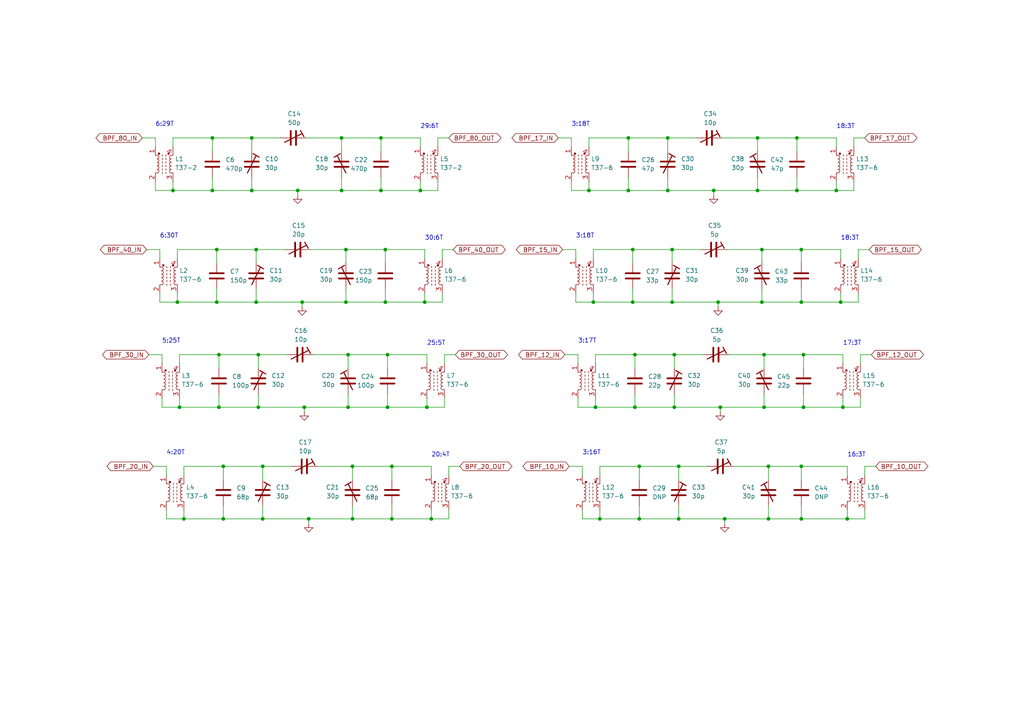
<source format=kicad_sch>
(kicad_sch (version 20230121) (generator eeschema)
  (paper "A4")
  (title_block (title "HBR/MK2 BPF Board") (date "2024-02-03") (rev "1.0"))
  (lib_symbols
    (symbol "Device:C" (pin_numbers hide) (pin_names (offset 0.254))
      (property "Reference" "C" (at 0.635 2.54 0))
      (property "Value" "C" (at 0.635 -2.54 0))
      (symbol "C_0_1"
        (polyline (pts (xy -2.032 -0.762) (xy 2.032 -0.762)) (stroke (width 0.508)))
        (polyline (pts (xy -2.032 0.762) (xy 2.032 0.762)) (stroke (width 0.508)))
      )
      (symbol "C_1_1"
        (pin passive line (at 0 3.81 270) (length 2.794) (name "~") (number "1"))
        (pin passive line (at 0 -3.81 90) (length 2.794) (name "~") (number "2"))
      )
    )
    (symbol "Device:C_Trim" (pin_numbers hide) (pin_names (offset 0.254) hide)
      (property "Reference" "C" (at 1.524 -2.032 0))
      (property "Value" "C_Trim" (at 3.048 -3.556 0))
      (symbol "C_Trim_0_1"
        (polyline (pts (xy -2.032 -0.762) (xy 2.032 -0.762)) (stroke (width 0.508)))
        (polyline (pts (xy -2.032 0.762) (xy 2.032 0.762)) (stroke (width 0.508)))
        (polyline (pts (xy 1.27 2.54) (xy -1.27 -2.54)) (stroke (width 0.3048)))
        (polyline (pts (xy 1.27 2.54) (xy 0.381 3.048)) (stroke (width 0.3048)))
        (polyline (pts (xy 1.27 2.54) (xy 2.159 2.032)) (stroke (width 0.3048)))
      )
      (symbol "C_Trim_1_1"
        (pin passive line (at 0 3.81 270) (length 3.048) (name "~") (number "1"))
        (pin passive line (at 0 -3.81 90) (length 3.048) (name "~") (number "2"))
      )
    )
    (symbol "Device:L_Ferrite_Coupled_1243" (pin_names (offset 0.254) hide)
      (property "Reference" "L" (at 0 4.445 0))
      (property "Value" "L_Ferrite_Coupled_1243" (at 0 -4.445 0))
      (symbol "L_Ferrite_Coupled_1243_0_1"
        (circle (center -3.048 -1.27) (radius 0.254) (fill (type outline)))
        (circle (center -3.048 1.524) (radius 0.254) (fill (type outline)))
        (arc (start -2.54 2.032) (mid -2.032 1.5262) (end -1.524 2.032))
        (arc (start -1.524 -2.032) (mid -2.032 -1.5262) (end -2.54 -2.032))
        (arc (start -1.524 2.032) (mid -1.016 1.5262) (end -0.508 2.032))
        (arc (start -0.508 -2.032) (mid -1.016 -1.5262) (end -1.524 -2.032))
        (arc (start -0.508 2.032) (mid 0 1.5262) (end 0.508 2.032))
        (polyline (pts (xy -2.794 -0.508) (xy -2.286 -0.508)))
        (polyline (pts (xy -2.794 0.508) (xy -2.286 0.508)))
        (polyline (pts (xy -2.54 -2.032) (xy -2.54 -2.54)))
        (polyline (pts (xy -2.54 2.032) (xy -2.54 2.54)))
        (polyline (pts (xy -1.778 -0.508) (xy -1.27 -0.508)))
        (polyline (pts (xy -1.778 0.508) (xy -1.27 0.508)))
        (polyline (pts (xy -0.762 -0.508) (xy -0.254 -0.508)))
        (polyline (pts (xy -0.762 0.508) (xy -0.254 0.508)))
        (polyline (pts (xy 0.254 -0.508) (xy 0.762 -0.508)))
        (polyline (pts (xy 0.254 0.508) (xy 0.762 0.508)))
        (polyline (pts (xy 1.27 -0.508) (xy 1.778 -0.508)))
        (polyline (pts (xy 1.27 0.508) (xy 1.778 0.508)))
        (polyline (pts (xy 2.286 -0.508) (xy 2.794 -0.508)))
        (polyline (pts (xy 2.286 0.508) (xy 2.794 0.508)))
        (polyline (pts (xy 2.54 -2.032) (xy 2.54 -2.54)))
        (polyline (pts (xy 2.54 2.54) (xy 2.54 2.032)))
        (arc (start 0.508 -2.032) (mid 0 -1.5262) (end -0.508 -2.032))
        (arc (start 0.508 2.032) (mid 1.016 1.5262) (end 1.524 2.032))
        (arc (start 1.524 -2.032) (mid 1.016 -1.5262) (end 0.508 -2.032))
        (arc (start 1.524 2.032) (mid 2.032 1.5262) (end 2.54 2.032))
        (arc (start 2.54 -2.032) (mid 2.032 -1.5262) (end 1.524 -2.032))
      )
      (symbol "L_Ferrite_Coupled_1243_1_1"
        (pin passive line (at -5.08 2.54 0) (length 2.54) (name "1") (number "1"))
        (pin passive line (at 5.08 2.54 180) (length 2.54) (name "2") (number "2"))
        (pin passive line (at 5.08 -2.54 180) (length 2.54) (name "3") (number "3"))
        (pin passive line (at -5.08 -2.54 0) (length 2.54) (name "4") (number "4"))
      )
    )
    (symbol "power:GND" (power) (pin_names (offset 0))
      (property "Value" "GND" (at 0 -3.81 0))
      (symbol "GND_0_1"
        (polyline (pts (xy 0 0) (xy 0 -1.27) (xy 1.27 -1.27) (xy 0 -2.54) (xy -1.27 -1.27) (xy 0 -1.27)))
      )
      (symbol "GND_1_1"
        (pin power_in line (at 0 0 270) (length 0) hide (name "GND") (number "1"))
      )
    )
  )
  (junction (at 100.965 118.11))
  (junction (at 182.245 55.245))
  (junction (at 100.33 72.39))
  (junction (at 64.77 150.495))
  (junction (at 220.98 72.39))
  (junction (at 89.535 150.495))
  (junction (at 112.395 118.11))
  (junction (at 113.665 135.255))
  (junction (at 62.865 72.39))
  (junction (at 208.28 87.63))
  (junction (at 172.085 87.63))
  (junction (at 86.36 55.245))
  (junction (at 221.615 102.87))
  (junction (at 51.435 87.63))
  (junction (at 74.295 87.63))
  (junction (at 222.885 150.495))
  (junction (at 195.58 102.87))
  (junction (at 243.84 87.63))
  (junction (at 233.045 118.11))
  (junction (at 222.885 135.255))
  (junction (at 185.42 135.255))
  (junction (at 112.395 102.87))
  (junction (at 219.71 40.005))
  (junction (at 100.33 87.63))
  (junction (at 182.245 40.005))
  (junction (at 208.915 118.11))
  (junction (at 244.475 118.11))
  (junction (at 231.14 40.005))
  (junction (at 88.265 118.11))
  (junction (at 74.295 72.39))
  (junction (at 125.095 150.495))
  (junction (at 193.675 55.245))
  (junction (at 194.945 72.39))
  (junction (at 221.615 118.11))
  (junction (at 231.14 55.245))
  (junction (at 53.34 150.495))
  (junction (at 87.63 87.63))
  (junction (at 76.2 135.255))
  (junction (at 193.675 40.005))
  (junction (at 196.85 150.495))
  (junction (at 64.77 135.255))
  (junction (at 62.865 87.63))
  (junction (at 242.57 55.245))
  (junction (at 233.045 102.87))
  (junction (at 113.665 150.495))
  (junction (at 73.025 40.005))
  (junction (at 121.92 55.245))
  (junction (at 172.72 118.11))
  (junction (at 61.595 55.245))
  (junction (at 52.07 118.11))
  (junction (at 183.515 87.63))
  (junction (at 184.15 118.11))
  (junction (at 76.2 150.495))
  (junction (at 74.93 102.87))
  (junction (at 110.49 40.005))
  (junction (at 194.945 87.63))
  (junction (at 173.99 150.495))
  (junction (at 61.595 40.005))
  (junction (at 195.58 118.11))
  (junction (at 196.85 135.255))
  (junction (at 232.41 150.495))
  (junction (at 232.41 135.255))
  (junction (at 207.01 55.245))
  (junction (at 102.235 135.255))
  (junction (at 232.41 87.63))
  (junction (at 74.93 118.11))
  (junction (at 63.5 102.87))
  (junction (at 73.025 55.245))
  (junction (at 184.15 102.87))
  (junction (at 50.165 55.245))
  (junction (at 100.965 102.87))
  (junction (at 170.815 55.245))
  (junction (at 111.76 72.39))
  (junction (at 110.49 55.245))
  (junction (at 99.06 40.005))
  (junction (at 210.185 150.495))
  (junction (at 123.825 118.11))
  (junction (at 111.76 87.63))
  (junction (at 123.19 87.63))
  (junction (at 102.235 150.495))
  (junction (at 183.515 72.39))
  (junction (at 185.42 150.495))
  (junction (at 63.5 118.11))
  (junction (at 220.98 87.63))
  (junction (at 245.745 150.495))
  (junction (at 219.71 55.245))
  (junction (at 232.41 72.39))
  (junction (at 99.06 55.245))
  (wire (pts (xy 183.515 83.82) (xy 183.515 87.63)))
  (wire (pts (xy 64.77 146.685) (xy 64.77 150.495)))
  (wire (pts (xy 53.34 135.255) (xy 64.77 135.255)))
  (wire (pts (xy 233.045 114.3) (xy 233.045 118.11)))
  (wire (pts (xy 99.06 40.005) (xy 99.06 43.815)))
  (wire (pts (xy 121.92 40.005) (xy 121.92 42.545)))
  (wire (pts (xy 127 42.545) (xy 127 40.005)))
  (wire (pts (xy 220.98 83.82) (xy 220.98 87.63)))
  (wire (pts (xy 222.885 150.495) (xy 232.41 150.495)))
  (wire (pts (xy 161.925 40.005) (xy 165.735 40.005)))
  (wire (pts (xy 210.82 72.39) (xy 220.98 72.39)))
  (wire (pts (xy 183.515 87.63) (xy 194.945 87.63)))
  (wire (pts (xy 219.71 51.435) (xy 219.71 55.245)))
  (wire (pts (xy 220.98 72.39) (xy 220.98 76.2)))
  (wire (pts (xy 51.435 87.63) (xy 62.865 87.63)))
  (wire (pts (xy 73.025 51.435) (xy 73.025 55.245)))
  (wire (pts (xy 250.825 137.795) (xy 250.825 135.255)))
  (wire (pts (xy 46.99 102.87) (xy 46.99 105.41)))
  (wire (pts (xy 46.355 87.63) (xy 46.355 85.09)))
  (wire (pts (xy 48.26 135.255) (xy 48.26 137.795)))
  (wire (pts (xy 195.58 102.87) (xy 203.835 102.87)))
  (wire (pts (xy 50.165 55.245) (xy 45.085 55.245)))
  (wire (pts (xy 165.735 55.245) (xy 165.735 52.705)))
  (wire (pts (xy 50.165 40.005) (xy 61.595 40.005)))
  (wire (pts (xy 128.905 105.41) (xy 128.905 102.87)))
  (wire (pts (xy 168.91 135.255) (xy 168.91 137.795)))
  (wire (pts (xy 41.275 40.005) (xy 45.085 40.005)))
  (wire (pts (xy 74.93 102.87) (xy 83.185 102.87)))
  (wire (pts (xy 61.595 51.435) (xy 61.595 55.245)))
  (wire (pts (xy 207.01 55.245) (xy 207.01 56.515)))
  (wire (pts (xy 196.85 150.495) (xy 210.185 150.495)))
  (wire (pts (xy 110.49 40.005) (xy 110.49 43.815)))
  (wire (pts (xy 247.65 42.545) (xy 247.65 40.005)))
  (wire (pts (xy 232.41 87.63) (xy 243.84 87.63)))
  (wire (pts (xy 249.555 105.41) (xy 249.555 102.87)))
  (wire (pts (xy 44.45 135.255) (xy 48.26 135.255)))
  (wire (pts (xy 63.5 102.87) (xy 74.93 102.87)))
  (wire (pts (xy 102.235 135.255) (xy 102.235 139.065)))
  (wire (pts (xy 46.355 72.39) (xy 46.355 74.93)))
  (wire (pts (xy 245.745 150.495) (xy 250.825 150.495)))
  (wire (pts (xy 121.92 55.245) (xy 127 55.245)))
  (wire (pts (xy 195.58 102.87) (xy 195.58 106.68)))
  (wire (pts (xy 62.865 72.39) (xy 62.865 76.2)))
  (wire (pts (xy 194.945 72.39) (xy 194.945 76.2)))
  (wire (pts (xy 52.07 105.41) (xy 52.07 102.87)))
  (wire (pts (xy 123.19 72.39) (xy 123.19 74.93)))
  (wire (pts (xy 185.42 135.255) (xy 185.42 139.065)))
  (wire (pts (xy 172.72 105.41) (xy 172.72 102.87)))
  (wire (pts (xy 183.515 72.39) (xy 183.515 76.2)))
  (wire (pts (xy 125.095 150.495) (xy 130.175 150.495)))
  (wire (pts (xy 87.63 87.63) (xy 87.63 88.9)))
  (wire (pts (xy 111.76 72.39) (xy 111.76 76.2)))
  (wire (pts (xy 125.095 135.255) (xy 125.095 137.795)))
  (wire (pts (xy 208.915 118.11) (xy 221.615 118.11)))
  (wire (pts (xy 163.195 72.39) (xy 167.005 72.39)))
  (wire (pts (xy 220.98 72.39) (xy 232.41 72.39)))
  (wire (pts (xy 63.5 102.87) (xy 63.5 106.68)))
  (wire (pts (xy 112.395 118.11) (xy 123.825 118.11)))
  (wire (pts (xy 210.185 150.495) (xy 222.885 150.495)))
  (wire (pts (xy 88.9 40.005) (xy 99.06 40.005)))
  (wire (pts (xy 244.475 118.11) (xy 244.475 115.57)))
  (wire (pts (xy 184.15 102.87) (xy 195.58 102.87)))
  (wire (pts (xy 43.18 102.87) (xy 46.99 102.87)))
  (wire (pts (xy 53.34 150.495) (xy 48.26 150.495)))
  (wire (pts (xy 52.07 102.87) (xy 63.5 102.87)))
  (wire (pts (xy 242.57 40.005) (xy 242.57 42.545)))
  (wire (pts (xy 62.865 87.63) (xy 74.295 87.63)))
  (wire (pts (xy 62.865 83.82) (xy 62.865 87.63)))
  (wire (pts (xy 243.84 87.63) (xy 243.84 85.09)))
  (wire (pts (xy 220.98 87.63) (xy 232.41 87.63)))
  (wire (pts (xy 128.905 118.11) (xy 128.905 115.57)))
  (wire (pts (xy 62.865 72.39) (xy 74.295 72.39)))
  (wire (pts (xy 123.825 102.87) (xy 123.825 105.41)))
  (wire (pts (xy 250.825 150.495) (xy 250.825 147.955)))
  (wire (pts (xy 232.41 135.255) (xy 245.745 135.255)))
  (wire (pts (xy 172.085 85.09) (xy 172.085 87.63)))
  (wire (pts (xy 233.045 118.11) (xy 244.475 118.11)))
  (wire (pts (xy 193.675 40.005) (xy 193.675 43.815)))
  (wire (pts (xy 208.28 87.63) (xy 220.98 87.63)))
  (wire (pts (xy 51.435 74.93) (xy 51.435 72.39)))
  (wire (pts (xy 113.665 150.495) (xy 125.095 150.495)))
  (wire (pts (xy 123.19 87.63) (xy 123.19 85.09)))
  (wire (pts (xy 231.14 40.005) (xy 231.14 43.815)))
  (wire (pts (xy 74.295 72.39) (xy 82.55 72.39)))
  (wire (pts (xy 50.165 55.245) (xy 61.595 55.245)))
  (wire (pts (xy 74.93 118.11) (xy 88.265 118.11)))
  (wire (pts (xy 42.545 72.39) (xy 46.355 72.39)))
  (wire (pts (xy 182.245 51.435) (xy 182.245 55.245)))
  (wire (pts (xy 196.85 146.685) (xy 196.85 150.495)))
  (wire (pts (xy 89.535 150.495) (xy 89.535 151.765)))
  (wire (pts (xy 172.085 72.39) (xy 183.515 72.39)))
  (wire (pts (xy 193.675 51.435) (xy 193.675 55.245)))
  (wire (pts (xy 76.2 135.255) (xy 84.455 135.255)))
  (wire (pts (xy 87.63 87.63) (xy 100.33 87.63)))
  (wire (pts (xy 219.71 40.005) (xy 231.14 40.005)))
  (wire (pts (xy 121.92 55.245) (xy 121.92 52.705)))
  (wire (pts (xy 247.65 40.005) (xy 250.825 40.005)))
  (wire (pts (xy 51.435 72.39) (xy 62.865 72.39)))
  (wire (pts (xy 233.045 102.87) (xy 233.045 106.68)))
  (wire (pts (xy 184.15 102.87) (xy 184.15 106.68)))
  (wire (pts (xy 167.005 87.63) (xy 167.005 85.09)))
  (wire (pts (xy 242.57 55.245) (xy 247.65 55.245)))
  (wire (pts (xy 52.07 118.11) (xy 46.99 118.11)))
  (wire (pts (xy 86.36 55.245) (xy 99.06 55.245)))
  (wire (pts (xy 61.595 55.245) (xy 73.025 55.245)))
  (wire (pts (xy 232.41 72.39) (xy 232.41 76.2)))
  (wire (pts (xy 221.615 102.87) (xy 221.615 106.68)))
  (wire (pts (xy 184.15 118.11) (xy 195.58 118.11)))
  (wire (pts (xy 194.945 87.63) (xy 208.28 87.63)))
  (wire (pts (xy 249.555 118.11) (xy 249.555 115.57)))
  (wire (pts (xy 185.42 146.685) (xy 185.42 150.495)))
  (wire (pts (xy 100.33 72.39) (xy 100.33 76.2)))
  (wire (pts (xy 100.33 83.82) (xy 100.33 87.63)))
  (wire (pts (xy 167.005 72.39) (xy 167.005 74.93)))
  (wire (pts (xy 53.34 137.795) (xy 53.34 135.255)))
  (wire (pts (xy 127 40.005) (xy 130.175 40.005)))
  (wire (pts (xy 232.41 150.495) (xy 245.745 150.495)))
  (wire (pts (xy 100.33 87.63) (xy 111.76 87.63)))
  (wire (pts (xy 172.72 115.57) (xy 172.72 118.11)))
  (wire (pts (xy 74.295 72.39) (xy 74.295 76.2)))
  (wire (pts (xy 221.615 114.3) (xy 221.615 118.11)))
  (wire (pts (xy 212.725 135.255) (xy 222.885 135.255)))
  (wire (pts (xy 243.84 87.63) (xy 248.92 87.63)))
  (wire (pts (xy 173.99 135.255) (xy 185.42 135.255)))
  (wire (pts (xy 182.245 40.005) (xy 182.245 43.815)))
  (wire (pts (xy 88.265 118.11) (xy 88.265 119.38)))
  (wire (pts (xy 232.41 72.39) (xy 243.84 72.39)))
  (wire (pts (xy 195.58 114.3) (xy 195.58 118.11)))
  (wire (pts (xy 130.175 135.255) (xy 133.35 135.255)))
  (wire (pts (xy 243.84 72.39) (xy 243.84 74.93)))
  (wire (pts (xy 51.435 87.63) (xy 46.355 87.63)))
  (wire (pts (xy 248.92 72.39) (xy 252.095 72.39)))
  (wire (pts (xy 172.72 118.11) (xy 167.64 118.11)))
  (wire (pts (xy 99.06 40.005) (xy 110.49 40.005)))
  (wire (pts (xy 173.99 150.495) (xy 185.42 150.495)))
  (wire (pts (xy 194.945 72.39) (xy 203.2 72.39)))
  (wire (pts (xy 242.57 55.245) (xy 242.57 52.705)))
  (wire (pts (xy 208.915 118.11) (xy 208.915 119.38)))
  (wire (pts (xy 112.395 114.3) (xy 112.395 118.11)))
  (wire (pts (xy 74.93 114.3) (xy 74.93 118.11)))
  (wire (pts (xy 163.83 102.87) (xy 167.64 102.87)))
  (wire (pts (xy 100.965 114.3) (xy 100.965 118.11)))
  (wire (pts (xy 73.025 40.005) (xy 73.025 43.815)))
  (wire (pts (xy 231.14 51.435) (xy 231.14 55.245)))
  (wire (pts (xy 250.825 135.255) (xy 254 135.255)))
  (wire (pts (xy 185.42 135.255) (xy 196.85 135.255)))
  (wire (pts (xy 128.905 102.87) (xy 132.08 102.87)))
  (wire (pts (xy 90.805 102.87) (xy 100.965 102.87)))
  (wire (pts (xy 123.19 87.63) (xy 128.27 87.63)))
  (wire (pts (xy 244.475 118.11) (xy 249.555 118.11)))
  (wire (pts (xy 128.27 87.63) (xy 128.27 85.09)))
  (wire (pts (xy 113.665 135.255) (xy 125.095 135.255)))
  (wire (pts (xy 219.71 55.245) (xy 231.14 55.245)))
  (wire (pts (xy 52.07 115.57) (xy 52.07 118.11)))
  (wire (pts (xy 100.965 102.87) (xy 112.395 102.87)))
  (wire (pts (xy 61.595 40.005) (xy 61.595 43.815)))
  (wire (pts (xy 110.49 40.005) (xy 121.92 40.005)))
  (wire (pts (xy 50.165 52.705) (xy 50.165 55.245)))
  (wire (pts (xy 89.535 150.495) (xy 102.235 150.495)))
  (wire (pts (xy 231.14 55.245) (xy 242.57 55.245)))
  (wire (pts (xy 221.615 102.87) (xy 233.045 102.87)))
  (wire (pts (xy 209.55 40.005) (xy 219.71 40.005)))
  (wire (pts (xy 222.885 135.255) (xy 222.885 139.065)))
  (wire (pts (xy 113.665 135.255) (xy 113.665 139.065)))
  (wire (pts (xy 245.745 150.495) (xy 245.745 147.955)))
  (wire (pts (xy 73.025 55.245) (xy 86.36 55.245)))
  (wire (pts (xy 110.49 55.245) (xy 121.92 55.245)))
  (wire (pts (xy 170.815 42.545) (xy 170.815 40.005)))
  (wire (pts (xy 64.77 150.495) (xy 76.2 150.495)))
  (wire (pts (xy 64.77 135.255) (xy 76.2 135.255)))
  (wire (pts (xy 193.675 55.245) (xy 207.01 55.245)))
  (wire (pts (xy 182.245 55.245) (xy 193.675 55.245)))
  (wire (pts (xy 102.235 150.495) (xy 113.665 150.495)))
  (wire (pts (xy 219.71 40.005) (xy 219.71 43.815)))
  (wire (pts (xy 173.99 147.955) (xy 173.99 150.495)))
  (wire (pts (xy 231.14 40.005) (xy 242.57 40.005)))
  (wire (pts (xy 128.27 74.93) (xy 128.27 72.39)))
  (wire (pts (xy 170.815 52.705) (xy 170.815 55.245)))
  (wire (pts (xy 63.5 118.11) (xy 74.93 118.11)))
  (wire (pts (xy 208.28 87.63) (xy 208.28 88.9)))
  (wire (pts (xy 211.455 102.87) (xy 221.615 102.87)))
  (wire (pts (xy 86.36 55.245) (xy 86.36 56.515)))
  (wire (pts (xy 123.825 118.11) (xy 123.825 115.57)))
  (wire (pts (xy 127 55.245) (xy 127 52.705)))
  (wire (pts (xy 51.435 85.09) (xy 51.435 87.63)))
  (wire (pts (xy 99.06 51.435) (xy 99.06 55.245)))
  (wire (pts (xy 183.515 72.39) (xy 194.945 72.39)))
  (wire (pts (xy 170.815 40.005) (xy 182.245 40.005)))
  (wire (pts (xy 76.2 135.255) (xy 76.2 139.065)))
  (wire (pts (xy 170.815 55.245) (xy 165.735 55.245)))
  (wire (pts (xy 248.92 74.93) (xy 248.92 72.39)))
  (wire (pts (xy 112.395 102.87) (xy 123.825 102.87)))
  (wire (pts (xy 53.34 147.955) (xy 53.34 150.495)))
  (wire (pts (xy 195.58 118.11) (xy 208.915 118.11)))
  (wire (pts (xy 168.91 150.495) (xy 168.91 147.955)))
  (wire (pts (xy 64.77 135.255) (xy 64.77 139.065)))
  (wire (pts (xy 222.885 135.255) (xy 232.41 135.255)))
  (wire (pts (xy 111.76 72.39) (xy 123.19 72.39)))
  (wire (pts (xy 50.165 42.545) (xy 50.165 40.005)))
  (wire (pts (xy 165.735 40.005) (xy 165.735 42.545)))
  (wire (pts (xy 173.99 150.495) (xy 168.91 150.495)))
  (wire (pts (xy 45.085 40.005) (xy 45.085 42.545)))
  (wire (pts (xy 193.675 40.005) (xy 201.93 40.005)))
  (wire (pts (xy 90.17 72.39) (xy 100.33 72.39)))
  (wire (pts (xy 100.965 102.87) (xy 100.965 106.68)))
  (wire (pts (xy 100.965 118.11) (xy 112.395 118.11)))
  (wire (pts (xy 185.42 150.495) (xy 196.85 150.495)))
  (wire (pts (xy 248.92 87.63) (xy 248.92 85.09)))
  (wire (pts (xy 74.93 102.87) (xy 74.93 106.68)))
  (wire (pts (xy 111.76 87.63) (xy 123.19 87.63)))
  (wire (pts (xy 247.65 55.245) (xy 247.65 52.705)))
  (wire (pts (xy 125.095 150.495) (xy 125.095 147.955)))
  (wire (pts (xy 102.235 135.255) (xy 113.665 135.255)))
  (wire (pts (xy 100.33 72.39) (xy 111.76 72.39)))
  (wire (pts (xy 182.245 40.005) (xy 193.675 40.005)))
  (wire (pts (xy 92.075 135.255) (xy 102.235 135.255)))
  (wire (pts (xy 76.2 150.495) (xy 89.535 150.495)))
  (wire (pts (xy 207.01 55.245) (xy 219.71 55.245)))
  (wire (pts (xy 221.615 118.11) (xy 233.045 118.11)))
  (wire (pts (xy 128.27 72.39) (xy 131.445 72.39)))
  (wire (pts (xy 102.235 146.685) (xy 102.235 150.495)))
  (wire (pts (xy 123.825 118.11) (xy 128.905 118.11)))
  (wire (pts (xy 196.85 135.255) (xy 205.105 135.255)))
  (wire (pts (xy 74.295 83.82) (xy 74.295 87.63)))
  (wire (pts (xy 172.72 118.11) (xy 184.15 118.11)))
  (wire (pts (xy 46.99 118.11) (xy 46.99 115.57)))
  (wire (pts (xy 172.085 87.63) (xy 183.515 87.63)))
  (wire (pts (xy 52.07 118.11) (xy 63.5 118.11)))
  (wire (pts (xy 167.64 118.11) (xy 167.64 115.57)))
  (wire (pts (xy 232.41 83.82) (xy 232.41 87.63)))
  (wire (pts (xy 130.175 137.795) (xy 130.175 135.255)))
  (wire (pts (xy 63.5 114.3) (xy 63.5 118.11)))
  (wire (pts (xy 99.06 55.245) (xy 110.49 55.245)))
  (wire (pts (xy 110.49 51.435) (xy 110.49 55.245)))
  (wire (pts (xy 232.41 139.065) (xy 232.41 135.255)))
  (wire (pts (xy 113.665 146.685) (xy 113.665 150.495)))
  (wire (pts (xy 173.99 137.795) (xy 173.99 135.255)))
  (wire (pts (xy 232.41 146.685) (xy 232.41 150.495)))
  (wire (pts (xy 170.815 55.245) (xy 182.245 55.245)))
  (wire (pts (xy 88.265 118.11) (xy 100.965 118.11)))
  (wire (pts (xy 245.745 135.255) (xy 245.745 137.795)))
  (wire (pts (xy 244.475 102.87) (xy 244.475 105.41)))
  (wire (pts (xy 172.085 74.93) (xy 172.085 72.39)))
  (wire (pts (xy 172.72 102.87) (xy 184.15 102.87)))
  (wire (pts (xy 111.76 83.82) (xy 111.76 87.63)))
  (wire (pts (xy 184.15 114.3) (xy 184.15 118.11)))
  (wire (pts (xy 112.395 102.87) (xy 112.395 106.68)))
  (wire (pts (xy 74.295 87.63) (xy 87.63 87.63)))
  (wire (pts (xy 233.045 102.87) (xy 244.475 102.87)))
  (wire (pts (xy 194.945 83.82) (xy 194.945 87.63)))
  (wire (pts (xy 61.595 40.005) (xy 73.025 40.005)))
  (wire (pts (xy 73.025 40.005) (xy 81.28 40.005)))
  (wire (pts (xy 249.555 102.87) (xy 252.73 102.87)))
  (wire (pts (xy 167.64 102.87) (xy 167.64 105.41)))
  (wire (pts (xy 45.085 55.245) (xy 45.085 52.705)))
  (wire (pts (xy 53.34 150.495) (xy 64.77 150.495)))
  (wire (pts (xy 172.085 87.63) (xy 167.005 87.63)))
  (wire (pts (xy 210.185 150.495) (xy 210.185 151.765)))
  (wire (pts (xy 165.1 135.255) (xy 168.91 135.255)))
  (wire (pts (xy 222.885 146.685) (xy 222.885 150.495)))
  (wire (pts (xy 76.2 146.685) (xy 76.2 150.495)))
  (wire (pts (xy 48.26 150.495) (xy 48.26 147.955)))
  (wire (pts (xy 196.85 135.255) (xy 196.85 139.065)))
  (wire (pts (xy 130.175 150.495) (xy 130.175 147.955)))
  (text "18:3T" (at 243.84 69.85 0) (effects (font (size 1.27 1.27)) (justify left bottom)))
  (text "3:18T" (at 167.005 69.215 0) (effects (font (size 1.27 1.27)) (justify left bottom)))
  (text "6:29T" (at 45.085 36.83 0) (effects (font (size 1.27 1.27)) (justify left bottom)))
  (text "5:25T" (at 46.99 99.695 0) (effects (font (size 1.27 1.27)) (justify left bottom)))
  (text "3:16T" (at 168.91 132.08 0) (effects (font (size 1.27 1.27)) (justify left bottom)))
  (text "4:20T" (at 48.26 132.08 0) (effects (font (size 1.27 1.27)) (justify left bottom)))
  (text "29:6T" (at 121.92 37.465 0) (effects (font (size 1.27 1.27)) (justify left bottom)))
  (text "16:3T" (at 245.745 132.715 0) (effects (font (size 1.27 1.27)) (justify left bottom)))
  (text "20:4T" (at 125.095 132.715 0) (effects (font (size 1.27 1.27)) (justify left bottom)))
  (text "3:18T" (at 165.735 36.83 0) (effects (font (size 1.27 1.27)) (justify left bottom)))
  (text "6:30T" (at 46.355 69.215 0) (effects (font (size 1.27 1.27)) (justify left bottom)))
  (text "30:6T" (at 123.19 69.85 0) (effects (font (size 1.27 1.27)) (justify left bottom)))
  (text "18:3T" (at 242.57 37.465 0) (effects (font (size 1.27 1.27)) (justify left bottom)))
  (text "17:3T" (at 244.475 100.33 0) (effects (font (size 1.27 1.27)) (justify left bottom)))
  (text "3:17T" (at 167.64 99.695 0) (effects (font (size 1.27 1.27)) (justify left bottom)))
  (text "25:5T" (at 123.825 100.33 0) (effects (font (size 1.27 1.27)) (justify left bottom)))
  (global_label "BPF_20_OUT" (shape bidirectional) (at 133.35 135.255 0) (property "Intersheetrefs" "${INTERSHEET_REFS}" (effects hide)))
  (global_label "BPF_12_IN" (shape bidirectional) (at 163.83 102.87 180) (property "Intersheetrefs" "${INTERSHEET_REFS}" (effects hide)))
  (global_label "BPF_30_IN" (shape bidirectional) (at 43.18 102.87 180) (property "Intersheetrefs" "${INTERSHEET_REFS}" (effects hide)))
  (global_label "BPF_15_IN" (shape bidirectional) (at 163.195 72.39 180) (property "Intersheetrefs" "${INTERSHEET_REFS}" (effects hide)))
  (global_label "BPF_15_OUT" (shape bidirectional) (at 252.095 72.39 0) (property "Intersheetrefs" "${INTERSHEET_REFS}" (effects hide)))
  (global_label "BPF_20_IN" (shape bidirectional) (at 44.45 135.255 180) (property "Intersheetrefs" "${INTERSHEET_REFS}" (effects hide)))
  (global_label "BPF_10_OUT" (shape bidirectional) (at 254 135.255 0) (property "Intersheetrefs" "${INTERSHEET_REFS}" (effects hide)))
  (global_label "BPF_10_IN" (shape bidirectional) (at 165.1 135.255 180) (property "Intersheetrefs" "${INTERSHEET_REFS}" (effects hide)))
  (global_label "BPF_80_IN" (shape bidirectional) (at 41.275 40.005 180) (property "Intersheetrefs" "${INTERSHEET_REFS}" (effects hide)))
  (global_label "BPF_17_IN" (shape bidirectional) (at 161.925 40.005 180) (property "Intersheetrefs" "${INTERSHEET_REFS}" (effects hide)))
  (global_label "BPF_12_OUT" (shape bidirectional) (at 252.73 102.87 0) (property "Intersheetrefs" "${INTERSHEET_REFS}" (effects hide)))
  (global_label "BPF_40_OUT" (shape bidirectional) (at 131.445 72.39 0) (property "Intersheetrefs" "${INTERSHEET_REFS}" (effects hide)))
  (global_label "BPF_40_IN" (shape bidirectional) (at 42.545 72.39 180) (property "Intersheetrefs" "${INTERSHEET_REFS}" (effects hide)))
  (global_label "BPF_17_OUT" (shape bidirectional) (at 250.825 40.005 0) (property "Intersheetrefs" "${INTERSHEET_REFS}" (effects hide)))
  (global_label "BPF_30_OUT" (shape bidirectional) (at 132.08 102.87 0) (property "Intersheetrefs" "${INTERSHEET_REFS}" (effects hide)))
  (global_label "BPF_80_OUT" (shape bidirectional) (at 130.175 40.005 0) (property "Intersheetrefs" "${INTERSHEET_REFS}" (effects hide)))
  (symbol (lib_id "Device:L_Ferrite_Coupled_1243") (at 248.285 142.875 90) (mirror x) (unit 1)
    (property "Reference" "L16" (at 251.46 141.351 90) (effects (justify right)))
    (property "Value" "T37-6" (at 251.46 143.891 90) (effects (justify right)))
    (property "Footprint" "Package_DIP:DIP-4_W7.62mm" (effects hide))
  )
  (symbol (lib_id "Device:C_Trim") (at 100.33 80.01 0) (mirror y) (unit 1)
    (property "Reference" "C19" (at 96.52 78.486 0) (effects (justify left)))
    (property "Value" "30p" (at 96.52 81.026 0) (effects (justify left)))
    (property "Footprint" "My_Library:C_Trim_THD_L7.0mm_W6.5mm_P5.00mm" (effects hide))
  )
  (symbol (lib_id "Device:C") (at 110.49 47.625 0) (mirror y) (unit 1)
    (property "Reference" "C22" (at 106.68 46.355 0) (effects (justify left)))
    (property "Value" "470p" (at 106.68 48.895 0) (effects (justify left)))
    (property "Footprint" "Capacitor_SMD:C_0805_2012Metric_Pad1.18x1.45mm_HandSolder" (effects hide))
  )
  (symbol (lib_id "Device:L_Ferrite_Coupled_1243") (at 50.8 142.875 90) (mirror x) (unit 1)
    (property "Reference" "L4" (at 53.975 141.351 90) (effects (justify right)))
    (property "Value" "T37-6" (at 53.975 143.891 90) (effects (justify right)))
    (property "Footprint" "Package_DIP:DIP-4_W7.62mm" (effects hide))
  )
  (symbol (lib_id "Device:C") (at 63.5 110.49 0) (unit 1)
    (property "Reference" "C8" (at 67.31 109.22 0) (effects (justify left)))
    (property "Value" "100p" (at 67.31 111.76 0) (effects (justify left)))
    (property "Footprint" "Capacitor_SMD:C_0805_2012Metric_Pad1.18x1.45mm_HandSolder" (effects hide))
  )
  (symbol (lib_id "Device:C") (at 183.515 80.01 0) (unit 1)
    (property "Reference" "C27" (at 187.325 78.74 0) (effects (justify left)))
    (property "Value" "33p" (at 187.325 81.28 0) (effects (justify left)))
    (property "Footprint" "Capacitor_SMD:C_0805_2012Metric_Pad1.18x1.45mm_HandSolder" (effects hide))
  )
  (symbol (lib_id "Device:C_Trim") (at 222.885 142.875 0) (mirror y) (unit 1)
    (property "Reference" "C41" (at 219.075 141.351 0) (effects (justify left)))
    (property "Value" "30p" (at 219.075 143.891 0) (effects (justify left)))
    (property "Footprint" "My_Library:C_Trim_THD_L7.0mm_W6.5mm_P5.00mm" (effects hide))
  )
  (symbol (lib_id "Device:C") (at 185.42 142.875 0) (unit 1) (in_bom no)
    (property "Reference" "C29" (at 189.23 141.605 0) (effects (justify left)))
    (property "Value" "DNP" (at 189.23 144.145 0) (effects (justify left)))
    (property "Footprint" "Capacitor_SMD:C_0805_2012Metric_Pad1.18x1.45mm_HandSolder" (effects hide))
  )
  (symbol (lib_id "power:GND") (at 89.535 151.765 0) (unit 1)
    (property "Reference" "#PWR041" (effects hide))
    (property "Value" "GND" (effects hide))
  )
  (symbol (lib_id "Device:L_Ferrite_Coupled_1243") (at 247.015 110.49 90) (mirror x) (unit 1)
    (property "Reference" "L15" (at 250.19 108.966 90) (effects (justify right)))
    (property "Value" "T37-6" (at 250.19 111.506 90) (effects (justify right)))
    (property "Footprint" "Package_DIP:DIP-4_W7.62mm" (effects hide))
  )
  (symbol (lib_id "Device:L_Ferrite_Coupled_1243") (at 168.275 47.625 90) (mirror x) (unit 1)
    (property "Reference" "L9" (at 171.45 46.101 90) (effects (justify right)))
    (property "Value" "T37-6" (at 171.45 48.641 90) (effects (justify right)))
    (property "Footprint" "Package_DIP:DIP-4_W7.62mm" (effects hide))
  )
  (symbol (lib_id "Device:C_Trim") (at 74.295 80.01 0) (unit 1)
    (property "Reference" "C11" (at 78.105 78.486 0) (effects (justify left)))
    (property "Value" "30p" (at 78.105 81.026 0) (effects (justify left)))
    (property "Footprint" "My_Library:C_Trim_THD_L7.0mm_W6.5mm_P5.00mm" (effects hide))
  )
  (symbol (lib_id "Device:C") (at 62.865 80.01 0) (unit 1)
    (property "Reference" "C7" (at 66.675 78.74 0) (effects (justify left)))
    (property "Value" "150p" (at 66.675 81.28 0) (effects (justify left)))
    (property "Footprint" "Capacitor_SMD:C_0805_2012Metric_Pad1.18x1.45mm_HandSolder" (effects hide))
  )
  (symbol (lib_id "Device:C_Trim") (at 195.58 110.49 0) (unit 1)
    (property "Reference" "C32" (at 199.39 108.966 0) (effects (justify left)))
    (property "Value" "30p" (at 199.39 111.506 0) (effects (justify left)))
    (property "Footprint" "My_Library:C_Trim_THD_L7.0mm_W6.5mm_P5.00mm" (effects hide))
  )
  (symbol (lib_id "Device:C_Trim") (at 205.74 40.005 270) (mirror x) (unit 1)
    (property "Reference" "C34" (at 205.994 33.02 90))
    (property "Value" "10p" (at 205.994 35.56 90))
    (property "Footprint" "My_Library:C_Trim_THD_L7.0mm_W6.5mm_P5.00mm" (effects hide))
  )
  (symbol (lib_id "Device:L_Ferrite_Coupled_1243") (at 245.11 47.625 90) (mirror x) (unit 1)
    (property "Reference" "L13" (at 248.285 46.101 90) (effects (justify right)))
    (property "Value" "T37-6" (at 248.285 48.641 90) (effects (justify right)))
    (property "Footprint" "Package_DIP:DIP-4_W7.62mm" (effects hide))
  )
  (symbol (lib_id "Device:C_Trim") (at 193.675 47.625 0) (unit 1)
    (property "Reference" "C30" (at 197.485 46.101 0) (effects (justify left)))
    (property "Value" "30p" (at 197.485 48.641 0) (effects (justify left)))
    (property "Footprint" "My_Library:C_Trim_THD_L7.0mm_W6.5mm_P5.00mm" (effects hide))
  )
  (symbol (lib_id "Device:C_Trim") (at 207.645 102.87 270) (mirror x) (unit 1)
    (property "Reference" "C36" (at 207.899 95.885 90))
    (property "Value" "5p" (at 207.899 98.425 90))
    (property "Footprint" "My_Library:C_Trim_THD_L7.0mm_W6.5mm_P5.00mm" (effects hide))
  )
  (symbol (lib_id "Device:C_Trim") (at 86.36 72.39 270) (mirror x) (unit 1)
    (property "Reference" "C15" (at 86.614 65.405 90))
    (property "Value" "20p" (at 86.614 67.945 90))
    (property "Footprint" "My_Library:C_Trim_THD_L7.0mm_W6.5mm_P5.00mm" (effects hide))
  )
  (symbol (lib_id "power:GND") (at 208.28 88.9 0) (unit 1)
    (property "Reference" "#PWR043" (effects hide))
    (property "Value" "GND" (effects hide))
  )
  (symbol (lib_id "Device:L_Ferrite_Coupled_1243") (at 169.545 80.01 90) (mirror x) (unit 1)
    (property "Reference" "L10" (at 172.72 78.486 90) (effects (justify right)))
    (property "Value" "T37-6" (at 172.72 81.026 90) (effects (justify right)))
    (property "Footprint" "Package_DIP:DIP-4_W7.62mm" (effects hide))
  )
  (symbol (lib_id "Device:L_Ferrite_Coupled_1243") (at 170.18 110.49 90) (mirror x) (unit 1)
    (property "Reference" "L11" (at 173.355 108.966 90) (effects (justify right)))
    (property "Value" "T37-6" (at 173.355 111.506 90) (effects (justify right)))
    (property "Footprint" "Package_DIP:DIP-4_W7.62mm" (effects hide))
  )
  (symbol (lib_id "power:GND") (at 207.01 56.515 0) (unit 1)
    (property "Reference" "#PWR042" (effects hide))
    (property "Value" "GND" (effects hide))
  )
  (symbol (lib_id "Device:C_Trim") (at 76.2 142.875 0) (unit 1)
    (property "Reference" "C13" (at 80.01 141.351 0) (effects (justify left)))
    (property "Value" "30p" (at 80.01 143.891 0) (effects (justify left)))
    (property "Footprint" "My_Library:C_Trim_THD_L7.0mm_W6.5mm_P5.00mm" (effects hide))
  )
  (symbol (lib_id "Device:C") (at 61.595 47.625 0) (unit 1)
    (property "Reference" "C6" (at 65.405 46.355 0) (effects (justify left)))
    (property "Value" "470p" (at 65.405 48.895 0) (effects (justify left)))
    (property "Footprint" "Capacitor_SMD:C_0805_2012Metric_Pad1.18x1.45mm_HandSolder" (effects hide))
  )
  (symbol (lib_id "Device:L_Ferrite_Coupled_1243") (at 246.38 80.01 90) (mirror x) (unit 1)
    (property "Reference" "L14" (at 249.555 78.486 90) (effects (justify right)))
    (property "Value" "T37-6" (at 249.555 81.026 90) (effects (justify right)))
    (property "Footprint" "Package_DIP:DIP-4_W7.62mm" (effects hide))
  )
  (symbol (lib_id "Device:C_Trim") (at 99.06 47.625 0) (mirror y) (unit 1)
    (property "Reference" "C18" (at 95.25 46.101 0) (effects (justify left)))
    (property "Value" "30p" (at 95.25 48.641 0) (effects (justify left)))
    (property "Footprint" "My_Library:C_Trim_THD_L7.0mm_W6.5mm_P5.00mm" (effects hide))
  )
  (symbol (lib_id "Device:C_Trim") (at 207.01 72.39 270) (mirror x) (unit 1)
    (property "Reference" "C35" (at 207.264 65.405 90))
    (property "Value" "5p" (at 207.264 67.945 90))
    (property "Footprint" "My_Library:C_Trim_THD_L7.0mm_W6.5mm_P5.00mm" (effects hide))
  )
  (symbol (lib_id "Device:C") (at 113.665 142.875 0) (mirror y) (unit 1)
    (property "Reference" "C25" (at 109.855 141.605 0) (effects (justify left)))
    (property "Value" "68p" (at 109.855 144.145 0) (effects (justify left)))
    (property "Footprint" "Capacitor_SMD:C_0805_2012Metric_Pad1.18x1.45mm_HandSolder" (effects hide))
  )
  (symbol (lib_id "Device:L_Ferrite_Coupled_1243") (at 127.635 142.875 90) (mirror x) (unit 1)
    (property "Reference" "L8" (at 130.81 141.351 90) (effects (justify right)))
    (property "Value" "T37-6" (at 130.81 143.891 90) (effects (justify right)))
    (property "Footprint" "Package_DIP:DIP-4_W7.62mm" (effects hide))
  )
  (symbol (lib_id "Device:C") (at 182.245 47.625 0) (unit 1)
    (property "Reference" "C26" (at 186.055 46.355 0) (effects (justify left)))
    (property "Value" "47p" (at 186.055 48.895 0) (effects (justify left)))
    (property "Footprint" "Capacitor_SMD:C_0805_2012Metric_Pad1.18x1.45mm_HandSolder" (effects hide))
  )
  (symbol (lib_id "Device:C") (at 231.14 47.625 0) (mirror y) (unit 1)
    (property "Reference" "C42" (at 227.33 46.355 0) (effects (justify left)))
    (property "Value" "47p" (at 227.33 48.895 0) (effects (justify left)))
    (property "Footprint" "Capacitor_SMD:C_0805_2012Metric_Pad1.18x1.45mm_HandSolder" (effects hide))
  )
  (symbol (lib_id "Device:C_Trim") (at 221.615 110.49 0) (mirror y) (unit 1)
    (property "Reference" "C40" (at 217.805 108.966 0) (effects (justify left)))
    (property "Value" "30p" (at 217.805 111.506 0) (effects (justify left)))
    (property "Footprint" "My_Library:C_Trim_THD_L7.0mm_W6.5mm_P5.00mm" (effects hide))
  )
  (symbol (lib_id "Device:C") (at 233.045 110.49 0) (mirror y) (unit 1)
    (property "Reference" "C45" (at 229.235 109.22 0) (effects (justify left)))
    (property "Value" "22p" (at 229.235 111.76 0) (effects (justify left)))
    (property "Footprint" "Capacitor_SMD:C_0805_2012Metric_Pad1.18x1.45mm_HandSolder" (effects hide))
  )
  (symbol (lib_id "Device:L_Ferrite_Coupled_1243") (at 49.53 110.49 90) (mirror x) (unit 1)
    (property "Reference" "L3" (at 52.705 108.966 90) (effects (justify right)))
    (property "Value" "T37-6" (at 52.705 111.506 90) (effects (justify right)))
    (property "Footprint" "Package_DIP:DIP-4_W7.62mm" (effects hide))
  )
  (symbol (lib_id "Device:C") (at 111.76 80.01 0) (mirror y) (unit 1)
    (property "Reference" "C23" (at 107.95 78.74 0) (effects (justify left)))
    (property "Value" "150p" (at 107.95 81.28 0) (effects (justify left)))
    (property "Footprint" "Capacitor_SMD:C_0805_2012Metric_Pad1.18x1.45mm_HandSolder" (effects hide))
  )
  (symbol (lib_id "power:GND") (at 87.63 88.9 0) (unit 1)
    (property "Reference" "#PWR039" (effects hide))
    (property "Value" "GND" (effects hide))
  )
  (symbol (lib_id "Device:C_Trim") (at 196.85 142.875 0) (unit 1)
    (property "Reference" "C33" (at 200.66 141.351 0) (effects (justify left)))
    (property "Value" "30p" (at 200.66 143.891 0) (effects (justify left)))
    (property "Footprint" "My_Library:C_Trim_THD_L7.0mm_W6.5mm_P5.00mm" (effects hide))
  )
  (symbol (lib_id "Device:C_Trim") (at 219.71 47.625 0) (mirror y) (unit 1)
    (property "Reference" "C38" (at 215.9 46.101 0) (effects (justify left)))
    (property "Value" "30p" (at 215.9 48.641 0) (effects (justify left)))
    (property "Footprint" "My_Library:C_Trim_THD_L7.0mm_W6.5mm_P5.00mm" (effects hide))
  )
  (symbol (lib_id "Device:C_Trim") (at 102.235 142.875 0) (mirror y) (unit 1)
    (property "Reference" "C21" (at 98.425 141.351 0) (effects (justify left)))
    (property "Value" "30p" (at 98.425 143.891 0) (effects (justify left)))
    (property "Footprint" "My_Library:C_Trim_THD_L7.0mm_W6.5mm_P5.00mm" (effects hide))
  )
  (symbol (lib_id "Device:C_Trim") (at 100.965 110.49 0) (mirror y) (unit 1)
    (property "Reference" "C20" (at 97.155 108.966 0) (effects (justify left)))
    (property "Value" "30p" (at 97.155 111.506 0) (effects (justify left)))
    (property "Footprint" "My_Library:C_Trim_THD_L7.0mm_W6.5mm_P5.00mm" (effects hide))
  )
  (symbol (lib_id "Device:C_Trim") (at 73.025 47.625 0) (unit 1)
    (property "Reference" "C10" (at 76.835 46.101 0) (effects (justify left)))
    (property "Value" "30p" (at 76.835 48.641 0) (effects (justify left)))
    (property "Footprint" "My_Library:C_Trim_THD_L7.0mm_W6.5mm_P5.00mm" (effects hide))
  )
  (symbol (lib_id "Device:C") (at 64.77 142.875 0) (unit 1)
    (property "Reference" "C9" (at 68.58 141.605 0) (effects (justify left)))
    (property "Value" "68p" (at 68.58 144.145 0) (effects (justify left)))
    (property "Footprint" "Capacitor_SMD:C_0805_2012Metric_Pad1.18x1.45mm_HandSolder" (effects hide))
  )
  (symbol (lib_id "power:GND") (at 86.36 56.515 0) (unit 1)
    (property "Reference" "#PWR038" (effects hide))
    (property "Value" "GND" (effects hide))
  )
  (symbol (lib_id "Device:C_Trim") (at 86.995 102.87 270) (mirror x) (unit 1)
    (property "Reference" "C16" (at 87.249 95.885 90))
    (property "Value" "10p" (at 87.249 98.425 90))
    (property "Footprint" "My_Library:C_Trim_THD_L7.0mm_W6.5mm_P5.00mm" (effects hide))
  )
  (symbol (lib_id "Device:C_Trim") (at 88.265 135.255 270) (mirror x) (unit 1)
    (property "Reference" "C17" (at 88.519 128.27 90))
    (property "Value" "10p" (at 88.519 130.81 90))
    (property "Footprint" "My_Library:C_Trim_THD_L7.0mm_W6.5mm_P5.00mm" (effects hide))
  )
  (symbol (lib_id "Device:L_Ferrite_Coupled_1243") (at 47.625 47.625 90) (mirror x) (unit 1)
    (property "Reference" "L1" (at 50.8 46.101 90) (effects (justify right)))
    (property "Value" "T37-2" (at 50.8 48.641 90) (effects (justify right)))
    (property "Footprint" "Package_DIP:DIP-4_W7.62mm" (effects hide))
  )
  (symbol (lib_id "power:GND") (at 88.265 119.38 0) (unit 1)
    (property "Reference" "#PWR040" (effects hide))
    (property "Value" "GND" (effects hide))
  )
  (symbol (lib_id "Device:L_Ferrite_Coupled_1243") (at 171.45 142.875 90) (mirror x) (unit 1)
    (property "Reference" "L12" (at 174.625 141.351 90) (effects (justify right)))
    (property "Value" "T37-6" (at 174.625 143.891 90) (effects (justify right)))
    (property "Footprint" "Package_DIP:DIP-4_W7.62mm" (effects hide))
  )
  (symbol (lib_id "Device:C") (at 112.395 110.49 0) (mirror y) (unit 1)
    (property "Reference" "C24" (at 108.585 109.22 0) (effects (justify left)))
    (property "Value" "100p" (at 108.585 111.76 0) (effects (justify left)))
    (property "Footprint" "Capacitor_SMD:C_0805_2012Metric_Pad1.18x1.45mm_HandSolder" (effects hide))
  )
  (symbol (lib_id "power:GND") (at 210.185 151.765 0) (unit 1)
    (property "Reference" "#PWR045" (effects hide))
    (property "Value" "GND" (effects hide))
  )
  (symbol (lib_id "power:GND") (at 208.915 119.38 0) (unit 1)
    (property "Reference" "#PWR044" (effects hide))
    (property "Value" "GND" (effects hide))
  )
  (symbol (lib_id "Device:C_Trim") (at 220.98 80.01 0) (mirror y) (unit 1)
    (property "Reference" "C39" (at 217.17 78.486 0) (effects (justify left)))
    (property "Value" "30p" (at 217.17 81.026 0) (effects (justify left)))
    (property "Footprint" "My_Library:C_Trim_THD_L7.0mm_W6.5mm_P5.00mm" (effects hide))
  )
  (symbol (lib_id "Device:C_Trim") (at 85.09 40.005 270) (mirror x) (unit 1)
    (property "Reference" "C14" (at 85.344 33.02 90))
    (property "Value" "50p" (at 85.344 35.56 90))
    (property "Footprint" "My_Library:C_Trim_THD_L7.0mm_W6.5mm_P5.00mm" (effects hide))
  )
  (symbol (lib_id "Device:C") (at 232.41 80.01 0) (mirror y) (unit 1)
    (property "Reference" "C43" (at 228.6 78.74 0) (effects (justify left)))
    (property "Value" "33p" (at 228.6 81.28 0) (effects (justify left)))
    (property "Footprint" "Capacitor_SMD:C_0805_2012Metric_Pad1.18x1.45mm_HandSolder" (effects hide))
  )
  (symbol (lib_id "Device:C") (at 232.41 142.875 0) (unit 1) (in_bom no)
    (property "Reference" "C44" (at 236.22 141.605 0) (effects (justify left)))
    (property "Value" "DNP" (at 236.22 144.145 0) (effects (justify left)))
    (property "Footprint" "Capacitor_SMD:C_0805_2012Metric_Pad1.18x1.45mm_HandSolder" (effects hide))
  )
  (symbol (lib_id "Device:C") (at 184.15 110.49 0) (unit 1)
    (property "Reference" "C28" (at 187.96 109.22 0) (effects (justify left)))
    (property "Value" "22p" (at 187.96 111.76 0) (effects (justify left)))
    (property "Footprint" "Capacitor_SMD:C_0805_2012Metric_Pad1.18x1.45mm_HandSolder" (effects hide))
  )
  (symbol (lib_id "Device:L_Ferrite_Coupled_1243") (at 125.73 80.01 90) (mirror x) (unit 1)
    (property "Reference" "L6" (at 128.905 78.486 90) (effects (justify right)))
    (property "Value" "T37-6" (at 128.905 81.026 90) (effects (justify right)))
    (property "Footprint" "Package_DIP:DIP-4_W7.62mm" (effects hide))
  )
  (symbol (lib_id "Device:L_Ferrite_Coupled_1243") (at 126.365 110.49 90) (mirror x) (unit 1)
    (property "Reference" "L7" (at 129.54 108.966 90) (effects (justify right)))
    (property "Value" "T37-6" (at 129.54 111.506 90) (effects (justify right)))
    (property "Footprint" "Package_DIP:DIP-4_W7.62mm" (effects hide))
  )
  (symbol (lib_id "Device:C_Trim") (at 194.945 80.01 0) (unit 1)
    (property "Reference" "C31" (at 198.755 78.486 0) (effects (justify left)))
    (property "Value" "30p" (at 198.755 81.026 0) (effects (justify left)))
    (property "Footprint" "My_Library:C_Trim_THD_L7.0mm_W6.5mm_P5.00mm" (effects hide))
  )
  (symbol (lib_id "Device:C_Trim") (at 208.915 135.255 270) (mirror x) (unit 1)
    (property "Reference" "C37" (at 209.169 128.27 90))
    (property "Value" "5p" (at 209.169 130.81 90))
    (property "Footprint" "My_Library:C_Trim_THD_L7.0mm_W6.5mm_P5.00mm" (effects hide))
  )
  (symbol (lib_id "Device:L_Ferrite_Coupled_1243") (at 124.46 47.625 90) (mirror x) (unit 1)
    (property "Reference" "L5" (at 127.635 46.101 90) (effects (justify right)))
    (property "Value" "T37-2" (at 127.635 48.641 90) (effects (justify right)))
    (property "Footprint" "Package_DIP:DIP-4_W7.62mm" (effects hide))
  )
  (symbol (lib_id "Device:C_Trim") (at 74.93 110.49 0) (unit 1)
    (property "Reference" "C12" (at 78.74 108.966 0) (effects (justify left)))
    (property "Value" "30p" (at 78.74 111.506 0) (effects (justify left)))
    (property "Footprint" "My_Library:C_Trim_THD_L7.0mm_W6.5mm_P5.00mm" (effects hide))
  )
  (symbol (lib_id "Device:L_Ferrite_Coupled_1243") (at 48.895 80.01 90) (mirror x) (unit 1)
    (property "Reference" "L2" (at 52.07 78.486 90) (effects (justify right)))
    (property "Value" "T37-6" (at 52.07 81.026 90) (effects (justify right)))
    (property "Footprint" "Package_DIP:DIP-4_W7.62mm" (effects hide))
  )
)
</source>
